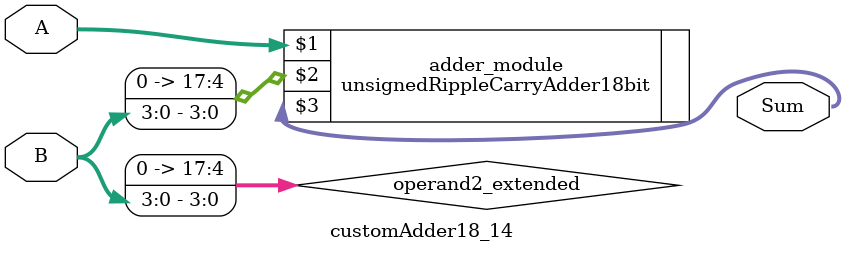
<source format=v>

module customAdder18_14(
                    input [17 : 0] A,
                    input [3 : 0] B,
                    
                    output [18 : 0] Sum
            );

    wire [17 : 0] operand2_extended;
    
    assign operand2_extended =  {14'b0, B};
    
    unsignedRippleCarryAdder18bit adder_module(
        A,
        operand2_extended,
        Sum
    );
    
endmodule
        
</source>
